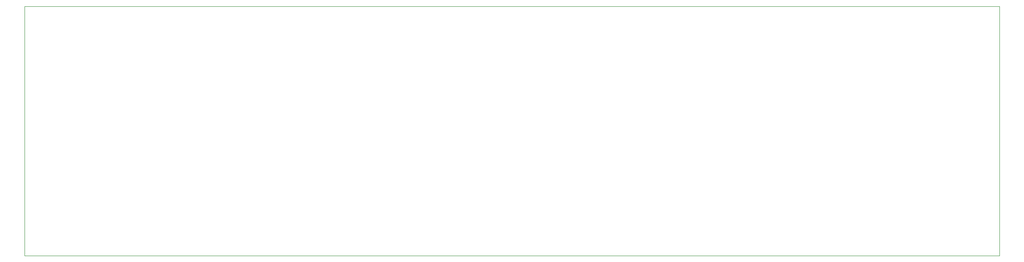
<source format=gm1>
G04 #@! TF.GenerationSoftware,KiCad,Pcbnew,5.1.4+dfsg1-1*
G04 #@! TF.CreationDate,2019-10-02T13:30:15+02:00*
G04 #@! TF.ProjectId,fat_bastard_main,6661745f-6261-4737-9461-72645f6d6169,rev?*
G04 #@! TF.SameCoordinates,Original*
G04 #@! TF.FileFunction,Profile,NP*
%FSLAX46Y46*%
G04 Gerber Fmt 4.6, Leading zero omitted, Abs format (unit mm)*
G04 Created by KiCad (PCBNEW 5.1.4+dfsg1-1) date 2019-10-02 13:30:15*
%MOMM*%
%LPD*%
G04 APERTURE LIST*
%ADD10C,0.100000*%
G04 APERTURE END LIST*
D10*
X50000000Y-110000000D02*
X50000000Y-60000000D01*
X245000000Y-110000000D02*
X50000000Y-110000000D01*
X245000000Y-60000000D02*
X245000000Y-110000000D01*
X50000000Y-60000000D02*
X245000000Y-60000000D01*
M02*

</source>
